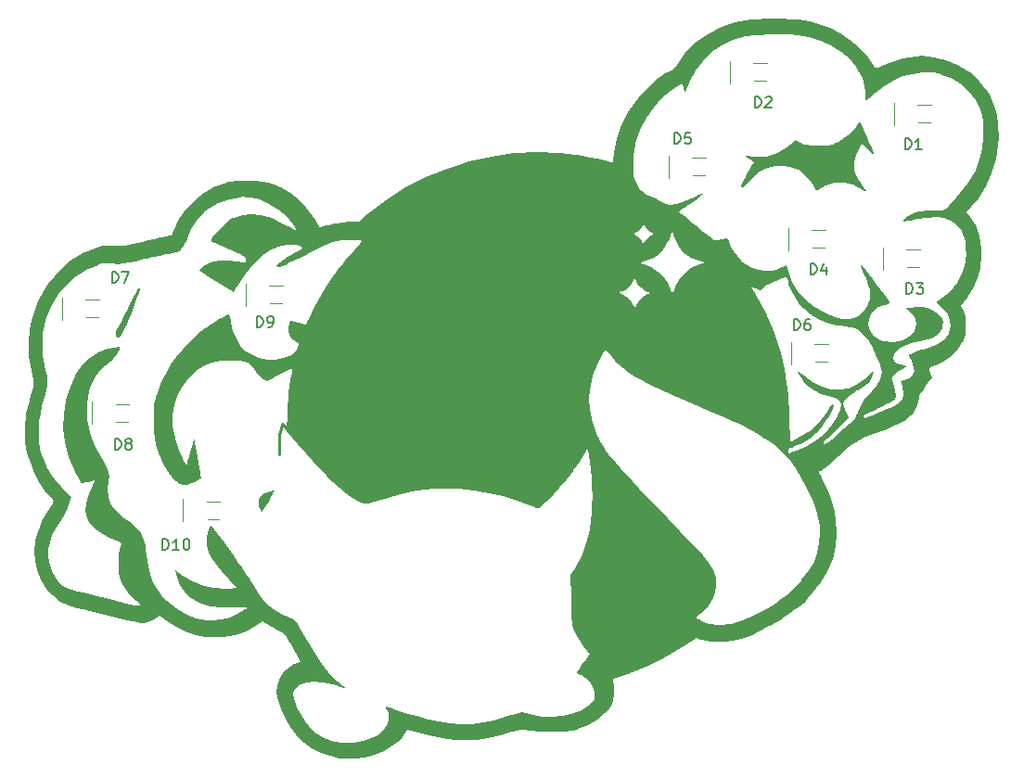
<source format=gbr>
%TF.GenerationSoftware,KiCad,Pcbnew,(6.0.1)*%
%TF.CreationDate,2022-05-04T14:42:35-07:00*%
%TF.ProjectId,Foxy_Pride,466f7879-5f50-4726-9964-652e6b696361,rev?*%
%TF.SameCoordinates,Original*%
%TF.FileFunction,Legend,Top*%
%TF.FilePolarity,Positive*%
%FSLAX46Y46*%
G04 Gerber Fmt 4.6, Leading zero omitted, Abs format (unit mm)*
G04 Created by KiCad (PCBNEW (6.0.1)) date 2022-05-04 14:42:35*
%MOMM*%
%LPD*%
G01*
G04 APERTURE LIST*
%ADD10C,0.254000*%
%ADD11C,0.150000*%
%ADD12C,0.120000*%
G04 APERTURE END LIST*
D10*
X49834800Y-73202800D02*
X49809400Y-74574400D01*
D11*
X50088800Y-71856600D02*
X50038000Y-71780400D01*
D10*
X50038000Y-71780400D02*
X49961800Y-72212200D01*
X49834800Y-72669400D02*
X49834800Y-73202800D01*
X49961800Y-72212200D02*
X49834800Y-72669400D01*
X50800000Y-72491600D02*
X50038000Y-71780400D01*
D11*
%TO.C,D9*%
X47775904Y-62936380D02*
X47775904Y-61936380D01*
X48014000Y-61936380D01*
X48156857Y-61984000D01*
X48252095Y-62079238D01*
X48299714Y-62174476D01*
X48347333Y-62364952D01*
X48347333Y-62507809D01*
X48299714Y-62698285D01*
X48252095Y-62793523D01*
X48156857Y-62888761D01*
X48014000Y-62936380D01*
X47775904Y-62936380D01*
X48823523Y-62936380D02*
X49014000Y-62936380D01*
X49109238Y-62888761D01*
X49156857Y-62841142D01*
X49252095Y-62698285D01*
X49299714Y-62507809D01*
X49299714Y-62126857D01*
X49252095Y-62031619D01*
X49204476Y-61984000D01*
X49109238Y-61936380D01*
X48918761Y-61936380D01*
X48823523Y-61984000D01*
X48775904Y-62031619D01*
X48728285Y-62126857D01*
X48728285Y-62364952D01*
X48775904Y-62460190D01*
X48823523Y-62507809D01*
X48918761Y-62555428D01*
X49109238Y-62555428D01*
X49204476Y-62507809D01*
X49252095Y-62460190D01*
X49299714Y-62364952D01*
%TO.C,D6*%
X96797904Y-63190380D02*
X96797904Y-62190380D01*
X97036000Y-62190380D01*
X97178857Y-62238000D01*
X97274095Y-62333238D01*
X97321714Y-62428476D01*
X97369333Y-62618952D01*
X97369333Y-62761809D01*
X97321714Y-62952285D01*
X97274095Y-63047523D01*
X97178857Y-63142761D01*
X97036000Y-63190380D01*
X96797904Y-63190380D01*
X98226476Y-62190380D02*
X98036000Y-62190380D01*
X97940761Y-62238000D01*
X97893142Y-62285619D01*
X97797904Y-62428476D01*
X97750285Y-62618952D01*
X97750285Y-62999904D01*
X97797904Y-63095142D01*
X97845523Y-63142761D01*
X97940761Y-63190380D01*
X98131238Y-63190380D01*
X98226476Y-63142761D01*
X98274095Y-63095142D01*
X98321714Y-62999904D01*
X98321714Y-62761809D01*
X98274095Y-62666571D01*
X98226476Y-62618952D01*
X98131238Y-62571333D01*
X97940761Y-62571333D01*
X97845523Y-62618952D01*
X97797904Y-62666571D01*
X97750285Y-62761809D01*
%TO.C,D3*%
X107084904Y-59888380D02*
X107084904Y-58888380D01*
X107323000Y-58888380D01*
X107465857Y-58936000D01*
X107561095Y-59031238D01*
X107608714Y-59126476D01*
X107656333Y-59316952D01*
X107656333Y-59459809D01*
X107608714Y-59650285D01*
X107561095Y-59745523D01*
X107465857Y-59840761D01*
X107323000Y-59888380D01*
X107084904Y-59888380D01*
X107989666Y-58888380D02*
X108608714Y-58888380D01*
X108275380Y-59269333D01*
X108418238Y-59269333D01*
X108513476Y-59316952D01*
X108561095Y-59364571D01*
X108608714Y-59459809D01*
X108608714Y-59697904D01*
X108561095Y-59793142D01*
X108513476Y-59840761D01*
X108418238Y-59888380D01*
X108132523Y-59888380D01*
X108037285Y-59840761D01*
X107989666Y-59793142D01*
%TO.C,D8*%
X34821904Y-74112380D02*
X34821904Y-73112380D01*
X35060000Y-73112380D01*
X35202857Y-73160000D01*
X35298095Y-73255238D01*
X35345714Y-73350476D01*
X35393333Y-73540952D01*
X35393333Y-73683809D01*
X35345714Y-73874285D01*
X35298095Y-73969523D01*
X35202857Y-74064761D01*
X35060000Y-74112380D01*
X34821904Y-74112380D01*
X35964761Y-73540952D02*
X35869523Y-73493333D01*
X35821904Y-73445714D01*
X35774285Y-73350476D01*
X35774285Y-73302857D01*
X35821904Y-73207619D01*
X35869523Y-73160000D01*
X35964761Y-73112380D01*
X36155238Y-73112380D01*
X36250476Y-73160000D01*
X36298095Y-73207619D01*
X36345714Y-73302857D01*
X36345714Y-73350476D01*
X36298095Y-73445714D01*
X36250476Y-73493333D01*
X36155238Y-73540952D01*
X35964761Y-73540952D01*
X35869523Y-73588571D01*
X35821904Y-73636190D01*
X35774285Y-73731428D01*
X35774285Y-73921904D01*
X35821904Y-74017142D01*
X35869523Y-74064761D01*
X35964761Y-74112380D01*
X36155238Y-74112380D01*
X36250476Y-74064761D01*
X36298095Y-74017142D01*
X36345714Y-73921904D01*
X36345714Y-73731428D01*
X36298095Y-73636190D01*
X36250476Y-73588571D01*
X36155238Y-73540952D01*
%TO.C,D5*%
X85875904Y-46172380D02*
X85875904Y-45172380D01*
X86114000Y-45172380D01*
X86256857Y-45220000D01*
X86352095Y-45315238D01*
X86399714Y-45410476D01*
X86447333Y-45600952D01*
X86447333Y-45743809D01*
X86399714Y-45934285D01*
X86352095Y-46029523D01*
X86256857Y-46124761D01*
X86114000Y-46172380D01*
X85875904Y-46172380D01*
X87352095Y-45172380D02*
X86875904Y-45172380D01*
X86828285Y-45648571D01*
X86875904Y-45600952D01*
X86971142Y-45553333D01*
X87209238Y-45553333D01*
X87304476Y-45600952D01*
X87352095Y-45648571D01*
X87399714Y-45743809D01*
X87399714Y-45981904D01*
X87352095Y-46077142D01*
X87304476Y-46124761D01*
X87209238Y-46172380D01*
X86971142Y-46172380D01*
X86875904Y-46124761D01*
X86828285Y-46077142D01*
%TO.C,D2*%
X93241904Y-42870380D02*
X93241904Y-41870380D01*
X93480000Y-41870380D01*
X93622857Y-41918000D01*
X93718095Y-42013238D01*
X93765714Y-42108476D01*
X93813333Y-42298952D01*
X93813333Y-42441809D01*
X93765714Y-42632285D01*
X93718095Y-42727523D01*
X93622857Y-42822761D01*
X93480000Y-42870380D01*
X93241904Y-42870380D01*
X94194285Y-41965619D02*
X94241904Y-41918000D01*
X94337142Y-41870380D01*
X94575238Y-41870380D01*
X94670476Y-41918000D01*
X94718095Y-41965619D01*
X94765714Y-42060857D01*
X94765714Y-42156095D01*
X94718095Y-42298952D01*
X94146666Y-42870380D01*
X94765714Y-42870380D01*
%TO.C,D4*%
X98321904Y-58110380D02*
X98321904Y-57110380D01*
X98560000Y-57110380D01*
X98702857Y-57158000D01*
X98798095Y-57253238D01*
X98845714Y-57348476D01*
X98893333Y-57538952D01*
X98893333Y-57681809D01*
X98845714Y-57872285D01*
X98798095Y-57967523D01*
X98702857Y-58062761D01*
X98560000Y-58110380D01*
X98321904Y-58110380D01*
X99750476Y-57443714D02*
X99750476Y-58110380D01*
X99512380Y-57062761D02*
X99274285Y-57777047D01*
X99893333Y-57777047D01*
%TO.C,D7*%
X34567904Y-58872380D02*
X34567904Y-57872380D01*
X34806000Y-57872380D01*
X34948857Y-57920000D01*
X35044095Y-58015238D01*
X35091714Y-58110476D01*
X35139333Y-58300952D01*
X35139333Y-58443809D01*
X35091714Y-58634285D01*
X35044095Y-58729523D01*
X34948857Y-58824761D01*
X34806000Y-58872380D01*
X34567904Y-58872380D01*
X35472666Y-57872380D02*
X36139333Y-57872380D01*
X35710761Y-58872380D01*
%TO.C,D1*%
X106957904Y-46680380D02*
X106957904Y-45680380D01*
X107196000Y-45680380D01*
X107338857Y-45728000D01*
X107434095Y-45823238D01*
X107481714Y-45918476D01*
X107529333Y-46108952D01*
X107529333Y-46251809D01*
X107481714Y-46442285D01*
X107434095Y-46537523D01*
X107338857Y-46632761D01*
X107196000Y-46680380D01*
X106957904Y-46680380D01*
X108481714Y-46680380D02*
X107910285Y-46680380D01*
X108196000Y-46680380D02*
X108196000Y-45680380D01*
X108100761Y-45823238D01*
X108005523Y-45918476D01*
X107910285Y-45966095D01*
%TO.C,D10*%
X39171714Y-83256380D02*
X39171714Y-82256380D01*
X39409809Y-82256380D01*
X39552666Y-82304000D01*
X39647904Y-82399238D01*
X39695523Y-82494476D01*
X39743142Y-82684952D01*
X39743142Y-82827809D01*
X39695523Y-83018285D01*
X39647904Y-83113523D01*
X39552666Y-83208761D01*
X39409809Y-83256380D01*
X39171714Y-83256380D01*
X40695523Y-83256380D02*
X40124095Y-83256380D01*
X40409809Y-83256380D02*
X40409809Y-82256380D01*
X40314571Y-82399238D01*
X40219333Y-82494476D01*
X40124095Y-82542095D01*
X41314571Y-82256380D02*
X41409809Y-82256380D01*
X41505047Y-82304000D01*
X41552666Y-82351619D01*
X41600285Y-82446857D01*
X41647904Y-82637333D01*
X41647904Y-82875428D01*
X41600285Y-83065904D01*
X41552666Y-83161142D01*
X41505047Y-83208761D01*
X41409809Y-83256380D01*
X41314571Y-83256380D01*
X41219333Y-83208761D01*
X41171714Y-83161142D01*
X41124095Y-83065904D01*
X41076476Y-82875428D01*
X41076476Y-82637333D01*
X41124095Y-82446857D01*
X41171714Y-82351619D01*
X41219333Y-82304000D01*
X41314571Y-82256380D01*
D12*
%TO.C,D9*%
X50130000Y-59144000D02*
X48930000Y-59144000D01*
X46736000Y-58928000D02*
X46736000Y-60960000D01*
X48980000Y-60744000D02*
X50080000Y-60744000D01*
%TO.C,D6*%
X96520000Y-64262000D02*
X96520000Y-66294000D01*
X98764000Y-66078000D02*
X99864000Y-66078000D01*
X99914000Y-64478000D02*
X98714000Y-64478000D01*
%TO.C,D3*%
X107146000Y-57442000D02*
X108246000Y-57442000D01*
X104902000Y-55626000D02*
X104902000Y-57658000D01*
X108296000Y-55842000D02*
X107096000Y-55842000D01*
%TO.C,D8*%
X36095500Y-69939000D02*
X34895500Y-69939000D01*
X34945500Y-71539000D02*
X36045500Y-71539000D01*
X32701500Y-69723000D02*
X32701500Y-71755000D01*
%TO.C,D5*%
X88738000Y-47460000D02*
X87538000Y-47460000D01*
X87588000Y-49060000D02*
X88688000Y-49060000D01*
X85344000Y-47244000D02*
X85344000Y-49276000D01*
%TO.C,G\u002A\u002A\u002A*%
G36*
X103492235Y-45607025D02*
G01*
X103709931Y-46093466D01*
X103894506Y-46516866D01*
X104033850Y-46848534D01*
X104115855Y-47059779D01*
X104131984Y-47122857D01*
X104051944Y-47082111D01*
X103867622Y-46942351D01*
X103615434Y-46731586D01*
X103555979Y-46679802D01*
X103010682Y-46201489D01*
X102788483Y-46528484D01*
X102459114Y-47168172D01*
X102307189Y-47844112D01*
X102337229Y-48530794D01*
X102391461Y-48768560D01*
X102492811Y-49019700D01*
X102669974Y-49357106D01*
X102887304Y-49713721D01*
X102920482Y-49763709D01*
X103160197Y-50120859D01*
X103311929Y-50348655D01*
X103393507Y-50475014D01*
X103422758Y-50527852D01*
X103417510Y-50535085D01*
X103411278Y-50532238D01*
X103319656Y-50485216D01*
X103099363Y-50371867D01*
X102790228Y-50212690D01*
X102633039Y-50131722D01*
X102201058Y-49923859D01*
X101850964Y-49798295D01*
X101506963Y-49732129D01*
X101234533Y-49709192D01*
X100450854Y-49751146D01*
X99727965Y-49964146D01*
X99233818Y-50236336D01*
X99015653Y-50373752D01*
X98872110Y-50442368D01*
X98845432Y-50442537D01*
X98789476Y-50342972D01*
X98679339Y-50127848D01*
X98590837Y-49949426D01*
X98290876Y-49488714D01*
X97869784Y-49037854D01*
X97389504Y-48655820D01*
X97005190Y-48439778D01*
X96445982Y-48269300D01*
X95799312Y-48194557D01*
X95143714Y-48219769D01*
X94667492Y-48314185D01*
X94149453Y-48498577D01*
X93693409Y-48744976D01*
X93249961Y-49086404D01*
X92769710Y-49555884D01*
X92701895Y-49628156D01*
X92403475Y-49940435D01*
X92204886Y-50124105D01*
X92083948Y-50195622D01*
X92018481Y-50171443D01*
X92005193Y-50145066D01*
X92025430Y-49974373D01*
X92158614Y-49655136D01*
X92403511Y-49190114D01*
X92534215Y-48960901D01*
X92763242Y-48565831D01*
X92957252Y-48230654D01*
X93096647Y-47989266D01*
X93161827Y-47875562D01*
X93163093Y-47873280D01*
X93108145Y-47794201D01*
X92928136Y-47655474D01*
X92699241Y-47509786D01*
X92456220Y-47355000D01*
X92369288Y-47271998D01*
X92439308Y-47265920D01*
X93378008Y-47382138D01*
X94282202Y-47320904D01*
X95134562Y-47086540D01*
X95917761Y-46683362D01*
X96458966Y-46264076D01*
X96928479Y-45837251D01*
X97404517Y-46083321D01*
X97619376Y-46187040D01*
X97818077Y-46256509D01*
X98045838Y-46298286D01*
X98347879Y-46318929D01*
X98769416Y-46324996D01*
X99067466Y-46324501D01*
X99564929Y-46320484D01*
X99920070Y-46307536D01*
X100180119Y-46277091D01*
X100392305Y-46220584D01*
X100603859Y-46129447D01*
X100850932Y-46001034D01*
X101496747Y-45597126D01*
X102059006Y-45129890D01*
X102491380Y-44639208D01*
X102573209Y-44518402D01*
X102821777Y-44126450D01*
X103492235Y-45607025D01*
G37*
G36*
X26671432Y-71279740D02*
G01*
X26739306Y-70772547D01*
X26849648Y-70238368D01*
X27011451Y-69620443D01*
X27149170Y-69144660D01*
X27271902Y-68713185D01*
X27350992Y-68362623D01*
X27386226Y-68046196D01*
X27377388Y-67717128D01*
X27324266Y-67328640D01*
X27226645Y-66833956D01*
X27136706Y-66421927D01*
X27043100Y-65960870D01*
X26985640Y-65556070D01*
X26959234Y-65140756D01*
X26958788Y-64648158D01*
X26970462Y-64242077D01*
X27044151Y-63230563D01*
X27198026Y-62330946D01*
X27447642Y-61476931D01*
X27808554Y-60602221D01*
X27840423Y-60534188D01*
X28284310Y-59673602D01*
X28754629Y-58937900D01*
X29296271Y-58263314D01*
X29833809Y-57702524D01*
X30813661Y-56872843D01*
X31891745Y-56203421D01*
X32980419Y-55727772D01*
X33361877Y-55596934D01*
X33667216Y-55512509D01*
X33958024Y-55465767D01*
X34295894Y-55447980D01*
X34742415Y-55450418D01*
X34912659Y-55453919D01*
X35376003Y-55459588D01*
X35752416Y-55448249D01*
X36099310Y-55412340D01*
X36474096Y-55344302D01*
X36934187Y-55236574D01*
X37329450Y-55135653D01*
X37876514Y-54999024D01*
X38427666Y-54870510D01*
X38923526Y-54763399D01*
X39304712Y-54690976D01*
X39347829Y-54684004D01*
X40045757Y-54574913D01*
X40254528Y-53997577D01*
X40710800Y-53009196D01*
X41325252Y-52113711D01*
X42084519Y-51323374D01*
X42975239Y-50650438D01*
X43984050Y-50107154D01*
X44857737Y-49777053D01*
X45179147Y-49684636D01*
X45482617Y-49621284D01*
X45816766Y-49581772D01*
X46230213Y-49560874D01*
X46771575Y-49553364D01*
X46942811Y-49552957D01*
X47692898Y-49568231D01*
X48310126Y-49623061D01*
X48849082Y-49728805D01*
X49364352Y-49896826D01*
X49910519Y-50138483D01*
X50023035Y-50194033D01*
X50808365Y-50670119D01*
X51578737Y-51291950D01*
X52290581Y-52017893D01*
X52900329Y-52806312D01*
X53119750Y-53153271D01*
X53302138Y-53462495D01*
X53442749Y-53700178D01*
X53517954Y-53826399D01*
X53524231Y-53836565D01*
X53613862Y-53818774D01*
X53840895Y-53754124D01*
X54162673Y-53654996D01*
X54292026Y-53613727D01*
X54936764Y-53447003D01*
X55648518Y-53348255D01*
X56056593Y-53320208D01*
X57067016Y-53269390D01*
X57857339Y-52610203D01*
X59545455Y-51323955D01*
X61329314Y-50196722D01*
X63196644Y-49231754D01*
X65135173Y-48432300D01*
X66687902Y-47942031D01*
X82160353Y-47942031D01*
X82167394Y-48520703D01*
X82208737Y-49019798D01*
X82278295Y-49362226D01*
X82465382Y-49881410D01*
X82667465Y-50254314D01*
X82917210Y-50523382D01*
X83247287Y-50731062D01*
X83379935Y-50793594D01*
X83764048Y-50975537D01*
X84211908Y-51203477D01*
X84610486Y-51419188D01*
X84965864Y-51609727D01*
X85219855Y-51713709D01*
X85429763Y-51748244D01*
X85652896Y-51730437D01*
X85653023Y-51730418D01*
X86378722Y-51559403D01*
X87232885Y-51249848D01*
X87684681Y-51053809D01*
X88116209Y-50866233D01*
X88385275Y-50769555D01*
X88491635Y-50764582D01*
X88435045Y-50852118D01*
X88215264Y-51032968D01*
X87832047Y-51307937D01*
X87549703Y-51500811D01*
X87139968Y-51778844D01*
X86785427Y-52022310D01*
X86516388Y-52210179D01*
X86363155Y-52321421D01*
X86341754Y-52339069D01*
X86382907Y-52421003D01*
X86550891Y-52588937D01*
X86818666Y-52818175D01*
X87149295Y-53076590D01*
X87602240Y-53425931D01*
X88093241Y-53818858D01*
X88547505Y-54194968D01*
X88758556Y-54376245D01*
X89095017Y-54665542D01*
X89330623Y-54847483D01*
X89503901Y-54943181D01*
X89653374Y-54973745D01*
X89817566Y-54960287D01*
X89822844Y-54959467D01*
X90257694Y-54890673D01*
X90541253Y-54852803D01*
X90710333Y-54853374D01*
X90801741Y-54899899D01*
X90852291Y-54999894D01*
X90898790Y-55160875D01*
X90904540Y-55180301D01*
X91069950Y-55569983D01*
X91333629Y-56019009D01*
X91650844Y-56462303D01*
X91976861Y-56834792D01*
X92148236Y-56989499D01*
X92827285Y-57426080D01*
X93543384Y-57700421D01*
X94270593Y-57808300D01*
X94982969Y-57745494D01*
X95574164Y-57547007D01*
X96106635Y-57297956D01*
X96268182Y-57879009D01*
X96622690Y-58807115D01*
X97142532Y-59654216D01*
X97817311Y-60410365D01*
X98636633Y-61065610D01*
X99590099Y-61610004D01*
X100580099Y-62005464D01*
X101242798Y-62170899D01*
X101814182Y-62193603D01*
X102329156Y-62072259D01*
X102628341Y-61928183D01*
X103144673Y-61529943D01*
X103514821Y-61024416D01*
X103727207Y-60437772D01*
X103770256Y-59796184D01*
X103722809Y-59453990D01*
X103630279Y-59113861D01*
X103483728Y-58685835D01*
X103311883Y-58252550D01*
X103278722Y-58176405D01*
X103120887Y-57819832D01*
X102989716Y-57522907D01*
X102906319Y-57333434D01*
X102891621Y-57299726D01*
X102898113Y-57193567D01*
X102934360Y-57181256D01*
X103007377Y-57253610D01*
X103172177Y-57453297D01*
X103409188Y-57754252D01*
X103698840Y-58130411D01*
X104021561Y-58555710D01*
X104357781Y-59004085D01*
X104687930Y-59449471D01*
X104992435Y-59865805D01*
X105251726Y-60227022D01*
X105446233Y-60507059D01*
X105538997Y-60650066D01*
X105523823Y-60734198D01*
X105355450Y-60811716D01*
X105083107Y-60878532D01*
X104538680Y-61071220D01*
X104111844Y-61380208D01*
X103811523Y-61775716D01*
X103646640Y-62227963D01*
X103626118Y-62707168D01*
X103758881Y-63183551D01*
X104053851Y-63627332D01*
X104212729Y-63783338D01*
X104656776Y-64086575D01*
X105155185Y-64246665D01*
X105753738Y-64277411D01*
X105836558Y-64272932D01*
X106358970Y-64186786D01*
X106873384Y-64010084D01*
X107323529Y-63768460D01*
X107653138Y-63487547D01*
X107704635Y-63421971D01*
X107894166Y-63022710D01*
X107960345Y-62573832D01*
X107895632Y-62150911D01*
X107843623Y-62028675D01*
X107667504Y-61784614D01*
X107412409Y-61533405D01*
X107315240Y-61457106D01*
X106942977Y-61187441D01*
X107437111Y-61128082D01*
X108065519Y-61072369D01*
X108561734Y-61078981D01*
X108974095Y-61152463D01*
X109350939Y-61297354D01*
X109377443Y-61310391D01*
X109908482Y-61640832D01*
X110255084Y-62010591D01*
X110416781Y-62418839D01*
X110393109Y-62864747D01*
X110341722Y-63027511D01*
X110122704Y-63420384D01*
X109784285Y-63732810D01*
X109308106Y-63975425D01*
X108675804Y-64158864D01*
X108249738Y-64239211D01*
X107497963Y-64406182D01*
X106874068Y-64638710D01*
X106391738Y-64927801D01*
X106064658Y-65264459D01*
X105906514Y-65639691D01*
X105893557Y-65787800D01*
X105929042Y-66011262D01*
X106059691Y-66162302D01*
X106321797Y-66270412D01*
X106556990Y-66326882D01*
X106883674Y-66414387D01*
X107025889Y-66509033D01*
X106983976Y-66622573D01*
X106758277Y-66766758D01*
X106572363Y-66855947D01*
X106248444Y-67029457D01*
X105978843Y-67220636D01*
X105842677Y-67361717D01*
X105763963Y-67497373D01*
X105735438Y-67626406D01*
X105761849Y-67799962D01*
X105847945Y-68069188D01*
X105929349Y-68295516D01*
X106083306Y-68750222D01*
X106157934Y-69070777D01*
X106155540Y-69294101D01*
X106078431Y-69457116D01*
X106006663Y-69532951D01*
X105863503Y-69626716D01*
X105583012Y-69781954D01*
X105199851Y-69980461D01*
X104748682Y-70204034D01*
X104513939Y-70316907D01*
X104056826Y-70535357D01*
X103663851Y-70724816D01*
X103365197Y-70870601D01*
X103191045Y-70958031D01*
X103159254Y-70975934D01*
X103167013Y-71067571D01*
X103250953Y-71176436D01*
X103316502Y-71207595D01*
X103426422Y-71174968D01*
X103673881Y-71086969D01*
X104020070Y-70957739D01*
X104354429Y-70829358D01*
X105135545Y-70515296D01*
X105749350Y-70238143D01*
X106210591Y-69982051D01*
X106534019Y-69731173D01*
X106734383Y-69469658D01*
X106826434Y-69181659D01*
X106824920Y-68851327D01*
X106744591Y-68462813D01*
X106700180Y-68308819D01*
X106620153Y-68043567D01*
X106568525Y-67869673D01*
X106558016Y-67831988D01*
X106640398Y-67811368D01*
X106846748Y-67774320D01*
X106920830Y-67762227D01*
X107308085Y-67631014D01*
X107603673Y-67396542D01*
X107768213Y-67096095D01*
X107789080Y-66940192D01*
X107753760Y-66699393D01*
X107661524Y-66361862D01*
X107542980Y-66028657D01*
X107425773Y-65722100D01*
X107349178Y-65494897D01*
X107328697Y-65393326D01*
X107329734Y-65392137D01*
X107427009Y-65356480D01*
X107670263Y-65273874D01*
X108025160Y-65155814D01*
X108457360Y-65013794D01*
X108560393Y-64980155D01*
X109340854Y-64703861D01*
X109951315Y-64433181D01*
X110410161Y-64152723D01*
X110735778Y-63847094D01*
X110946549Y-63500904D01*
X111060860Y-63098758D01*
X111088182Y-62863834D01*
X111052597Y-62274945D01*
X110849536Y-61743849D01*
X110470013Y-61251009D01*
X110253234Y-61048486D01*
X109799601Y-60657735D01*
X110337021Y-60262108D01*
X111097762Y-59597229D01*
X111713145Y-58836291D01*
X112168473Y-58000080D01*
X112390211Y-57358352D01*
X112485165Y-56837454D01*
X112526614Y-56236092D01*
X112515751Y-55619987D01*
X112453765Y-55054860D01*
X112341848Y-54606430D01*
X112340258Y-54602162D01*
X112046442Y-54005188D01*
X111655835Y-53538723D01*
X111159913Y-53200221D01*
X110550151Y-52987136D01*
X109818022Y-52896922D01*
X108955002Y-52927034D01*
X107952567Y-53074925D01*
X107523307Y-53163685D01*
X107181470Y-53229201D01*
X106914280Y-53261687D01*
X106772520Y-53255325D01*
X106765098Y-53250546D01*
X106779460Y-53148139D01*
X106940036Y-52991431D01*
X107219076Y-52801401D01*
X107588834Y-52599030D01*
X107694304Y-52547973D01*
X107954462Y-52435595D01*
X108198385Y-52362822D01*
X108480122Y-52320926D01*
X108853725Y-52301179D01*
X109258110Y-52295443D01*
X109701781Y-52286309D01*
X110089376Y-52266721D01*
X110372798Y-52239785D01*
X110490199Y-52215833D01*
X110659748Y-52099579D01*
X110917215Y-51860387D01*
X111237148Y-51527233D01*
X111594097Y-51129093D01*
X111962609Y-50694941D01*
X112317233Y-50253752D01*
X112632518Y-49834502D01*
X112820925Y-49562418D01*
X113375091Y-48606230D01*
X113769520Y-47644600D01*
X114014235Y-46639997D01*
X114119261Y-45554889D01*
X114114658Y-44718196D01*
X114079329Y-44118955D01*
X114024732Y-43658670D01*
X113943244Y-43287101D01*
X113859215Y-43034637D01*
X113434193Y-42181325D01*
X112855166Y-41422009D01*
X112140958Y-40772831D01*
X111310392Y-40249935D01*
X110382289Y-39869464D01*
X110063707Y-39779401D01*
X109614449Y-39692500D01*
X109132121Y-39660016D01*
X108547289Y-39676401D01*
X107627979Y-39790788D01*
X106758248Y-40030936D01*
X105907061Y-40410177D01*
X105043384Y-40941840D01*
X104308770Y-41497084D01*
X103965953Y-41773030D01*
X103679813Y-41998872D01*
X103480395Y-42151205D01*
X103397849Y-42206629D01*
X103376442Y-42119066D01*
X103350415Y-41884809D01*
X103324085Y-41546504D01*
X103313217Y-41370438D01*
X103272572Y-40889684D01*
X103200996Y-40513459D01*
X103078021Y-40157029D01*
X102953115Y-39879622D01*
X102487792Y-39113420D01*
X101860754Y-38403745D01*
X101095378Y-37766238D01*
X100215042Y-37216544D01*
X99243122Y-36770306D01*
X98202995Y-36443168D01*
X97641355Y-36325042D01*
X97178992Y-36267377D01*
X96582162Y-36227283D01*
X95893916Y-36204389D01*
X95157305Y-36198324D01*
X94415377Y-36208716D01*
X93711184Y-36235195D01*
X93087774Y-36277389D01*
X92588200Y-36334927D01*
X92393925Y-36370288D01*
X91236679Y-36711180D01*
X90196149Y-37199590D01*
X89276619Y-37831962D01*
X88482372Y-38604736D01*
X87817692Y-39514355D01*
X87286863Y-40557260D01*
X87252265Y-40641495D01*
X87104447Y-40987096D01*
X86973630Y-41257174D01*
X86881078Y-41409120D01*
X86860240Y-41427063D01*
X86793920Y-41362237D01*
X86730558Y-41165345D01*
X86712699Y-41071267D01*
X86651217Y-40686785D01*
X86344589Y-40843990D01*
X85517939Y-41365189D01*
X84736019Y-42046789D01*
X84019161Y-42861218D01*
X83387695Y-43780901D01*
X82861953Y-44778265D01*
X82462266Y-45825736D01*
X82334885Y-46282002D01*
X82245116Y-46767335D01*
X82186600Y-47339127D01*
X82160353Y-47942031D01*
X66687902Y-47942031D01*
X67132629Y-47801610D01*
X69176739Y-47342934D01*
X71255231Y-47059522D01*
X73355834Y-46954623D01*
X75466274Y-47031487D01*
X77574281Y-47293363D01*
X77792438Y-47331271D01*
X78310447Y-47429355D01*
X78848495Y-47540504D01*
X79326156Y-47647726D01*
X79542183Y-47700989D01*
X79877509Y-47785439D01*
X80129615Y-47843952D01*
X80253563Y-47866236D01*
X80259191Y-47865217D01*
X80275661Y-47769286D01*
X80311385Y-47529246D01*
X80359937Y-47188796D01*
X80383664Y-47018762D01*
X80643759Y-45737099D01*
X81065035Y-44515157D01*
X81658471Y-43324486D01*
X82058745Y-42677897D01*
X82558153Y-42000451D01*
X83142543Y-41336671D01*
X83777232Y-40718056D01*
X84427536Y-40176105D01*
X85058771Y-39742317D01*
X85597860Y-39463758D01*
X85847083Y-39284055D01*
X86137558Y-38941628D01*
X86293608Y-38714174D01*
X87035181Y-37740038D01*
X87917106Y-36883661D01*
X88921385Y-36158619D01*
X90030017Y-35578486D01*
X90871543Y-35261708D01*
X91405922Y-35100488D01*
X91895981Y-34977725D01*
X92381559Y-34888642D01*
X92902492Y-34828466D01*
X93498618Y-34792420D01*
X94209774Y-34775731D01*
X94946916Y-34773226D01*
X95838215Y-34782475D01*
X96579400Y-34808630D01*
X97209510Y-34856271D01*
X97767583Y-34929978D01*
X98292655Y-35034330D01*
X98823766Y-35173909D01*
X99117065Y-35262487D01*
X100078455Y-35631163D01*
X101024199Y-36121287D01*
X101919508Y-36707507D01*
X102729594Y-37364473D01*
X103419668Y-38066831D01*
X103953543Y-38786965D01*
X104301519Y-39350730D01*
X104836904Y-39080275D01*
X105738639Y-38694115D01*
X106737170Y-38403970D01*
X107421060Y-38266456D01*
X108521221Y-38171238D01*
X109620225Y-38261245D01*
X110703393Y-38532634D01*
X111756046Y-38981560D01*
X112763506Y-39604179D01*
X112892554Y-39699303D01*
X113473487Y-40202345D01*
X114036078Y-40808168D01*
X114514245Y-41442914D01*
X114657590Y-41672103D01*
X115049703Y-42507966D01*
X115326625Y-43465175D01*
X115482450Y-44510202D01*
X115511273Y-45609519D01*
X115466692Y-46266375D01*
X115249251Y-47610634D01*
X114879084Y-48858460D01*
X114346380Y-50032657D01*
X113641327Y-51156027D01*
X113024418Y-51942709D01*
X112603338Y-52438117D01*
X112932815Y-52890470D01*
X113387000Y-53604269D01*
X113696179Y-54318238D01*
X113873077Y-55078043D01*
X113930420Y-55929346D01*
X113917229Y-56423047D01*
X113798985Y-57500796D01*
X113555827Y-58463444D01*
X113174175Y-59349301D01*
X112640447Y-60196679D01*
X112524636Y-60351395D01*
X112058836Y-60959125D01*
X112269596Y-61415900D01*
X112377200Y-61689650D01*
X112441933Y-61978289D01*
X112473179Y-62342220D01*
X112480427Y-62773047D01*
X112472923Y-63232911D01*
X112442961Y-63567061D01*
X112379498Y-63838992D01*
X112271486Y-64112198D01*
X112233125Y-64194689D01*
X111782000Y-64927769D01*
X111180455Y-65553686D01*
X110441876Y-66060663D01*
X109755684Y-66374802D01*
X109447546Y-66501017D01*
X109281580Y-66608882D01*
X109217345Y-66730879D01*
X109210722Y-66812548D01*
X109254917Y-67068161D01*
X109352139Y-67320857D01*
X109438641Y-67511811D01*
X109420647Y-67603162D01*
X109303141Y-67654765D01*
X109138439Y-67779295D01*
X108993687Y-68001102D01*
X108984027Y-68023218D01*
X108837660Y-68291052D01*
X108628622Y-68585347D01*
X108559145Y-68668571D01*
X108323818Y-69026130D01*
X108262960Y-69297862D01*
X108190899Y-69758383D01*
X107996701Y-70256567D01*
X107713346Y-70721134D01*
X107481964Y-70985900D01*
X107263598Y-71182267D01*
X107024625Y-71365357D01*
X106745103Y-71544712D01*
X106405089Y-71729878D01*
X105984640Y-71930397D01*
X105463814Y-72155814D01*
X104822669Y-72415673D01*
X104041261Y-72719517D01*
X103160974Y-73053784D01*
X102915981Y-73153284D01*
X102687087Y-73267049D01*
X102448450Y-73413849D01*
X102174227Y-73612452D01*
X101838576Y-73881628D01*
X101415656Y-74240146D01*
X100879623Y-74706775D01*
X100853251Y-74729895D01*
X100322529Y-75192443D01*
X99914215Y-75540384D01*
X99610598Y-75786770D01*
X99393967Y-75944651D01*
X99246611Y-76027078D01*
X99150819Y-76047102D01*
X99096337Y-76024501D01*
X99080501Y-76056426D01*
X99140556Y-76229410D01*
X99265362Y-76516121D01*
X99443780Y-76889228D01*
X99471387Y-76944766D01*
X99938156Y-77950776D01*
X100282954Y-78869650D01*
X100517889Y-79748239D01*
X100655069Y-80633393D01*
X100706604Y-81571963D01*
X100707708Y-81728271D01*
X100617406Y-82941223D01*
X100346140Y-84103829D01*
X99898119Y-85206258D01*
X99277553Y-86238677D01*
X98488650Y-87191255D01*
X98278367Y-87403358D01*
X98061808Y-87635455D01*
X97921667Y-87826479D01*
X97888723Y-87924626D01*
X97827019Y-88014594D01*
X97630200Y-88187102D01*
X97323928Y-88424283D01*
X96933863Y-88708270D01*
X96485664Y-89021196D01*
X96004992Y-89345193D01*
X95517509Y-89662395D01*
X95048873Y-89954934D01*
X94624745Y-90204942D01*
X94567811Y-90236967D01*
X93634393Y-90728124D01*
X92796077Y-91098891D01*
X92012285Y-91361248D01*
X91242441Y-91527172D01*
X90445968Y-91608642D01*
X89876393Y-91621942D01*
X89252817Y-91609551D01*
X88787002Y-91574739D01*
X88448151Y-91514493D01*
X88299815Y-91467540D01*
X87907938Y-91316774D01*
X86999853Y-91924027D01*
X85930156Y-92587866D01*
X84741066Y-93236321D01*
X83495900Y-93838682D01*
X82257974Y-94364236D01*
X81139154Y-94766712D01*
X80315720Y-95032182D01*
X80369892Y-95799802D01*
X80381135Y-96476883D01*
X80297388Y-97030195D01*
X80102322Y-97508429D01*
X79779604Y-97960277D01*
X79569040Y-98187703D01*
X78888317Y-98755030D01*
X78053291Y-99237981D01*
X77084783Y-99624718D01*
X76986841Y-99655945D01*
X76686241Y-99742820D01*
X76403584Y-99803926D01*
X76095175Y-99843617D01*
X75717316Y-99866248D01*
X75226312Y-99876173D01*
X74759602Y-99877898D01*
X74094824Y-99868355D01*
X73477469Y-99841606D01*
X72955012Y-99800470D01*
X72578014Y-99748368D01*
X72248863Y-99689106D01*
X72000063Y-99667571D01*
X71765349Y-99689475D01*
X71478457Y-99760531D01*
X71108984Y-99875016D01*
X69946468Y-100215195D01*
X68878202Y-100456879D01*
X67864265Y-100600990D01*
X66864736Y-100648453D01*
X65839692Y-100600190D01*
X64749211Y-100457126D01*
X63553373Y-100220184D01*
X62896195Y-100065005D01*
X61493569Y-99719216D01*
X61356034Y-99940721D01*
X61055750Y-100329822D01*
X60636475Y-100748875D01*
X60152621Y-101151271D01*
X59658599Y-101490402D01*
X59351399Y-101657886D01*
X58526724Y-101976248D01*
X57617292Y-102201974D01*
X56686090Y-102325178D01*
X55796104Y-102335974D01*
X55333884Y-102288425D01*
X54471756Y-102091344D01*
X53613811Y-101776445D01*
X52811082Y-101368103D01*
X52114600Y-100890694D01*
X51777246Y-100589572D01*
X51326570Y-100068922D01*
X50870774Y-99419242D01*
X50442528Y-98697247D01*
X50074499Y-97959656D01*
X49799356Y-97263184D01*
X49729657Y-97034614D01*
X49613591Y-96296724D01*
X49672433Y-95594939D01*
X49896548Y-94951265D01*
X50276300Y-94387704D01*
X50802053Y-93926261D01*
X51187413Y-93705726D01*
X51472219Y-93568491D01*
X51678981Y-93467218D01*
X51758063Y-93426508D01*
X51726731Y-93342581D01*
X51617335Y-93138908D01*
X51452157Y-92856554D01*
X51420212Y-92803815D01*
X51180370Y-92398545D01*
X50913518Y-91930773D01*
X50692842Y-91530122D01*
X50501124Y-91187643D01*
X50341841Y-90964979D01*
X50163330Y-90812068D01*
X49913929Y-90678852D01*
X49729351Y-90596504D01*
X49340144Y-90412007D01*
X48950557Y-90203577D01*
X48706419Y-90055664D01*
X48286517Y-89777533D01*
X47518059Y-90265414D01*
X46782016Y-90685877D01*
X46083275Y-90974663D01*
X45359857Y-91149649D01*
X44549783Y-91228711D01*
X44146916Y-91237729D01*
X43143019Y-91186656D01*
X42209892Y-91015809D01*
X41313836Y-90712819D01*
X40421151Y-90265316D01*
X39498138Y-89660931D01*
X39156408Y-89405998D01*
X38904707Y-89212789D01*
X38619918Y-89452423D01*
X38224225Y-89719095D01*
X37793512Y-89903771D01*
X37404211Y-89973782D01*
X37400056Y-89973793D01*
X37238252Y-89951513D01*
X36919462Y-89888939D01*
X36470408Y-89792473D01*
X35917815Y-89668518D01*
X35288406Y-89523475D01*
X34608905Y-89363745D01*
X33906037Y-89195730D01*
X33206524Y-89025833D01*
X32537091Y-88860454D01*
X31924462Y-88705995D01*
X31395359Y-88568858D01*
X30976508Y-88455445D01*
X30694631Y-88372157D01*
X30646064Y-88355872D01*
X29837563Y-87975256D01*
X29131839Y-87445693D01*
X28539657Y-86783961D01*
X28071786Y-86006836D01*
X27738991Y-85131095D01*
X27552040Y-84173516D01*
X27513707Y-83475000D01*
X27601034Y-82411459D01*
X27856047Y-81386656D01*
X28268292Y-80431452D01*
X28827314Y-79576709D01*
X28839331Y-79561589D01*
X29030893Y-79292582D01*
X29178088Y-79035847D01*
X29207564Y-78967993D01*
X29247256Y-78799608D01*
X29199050Y-78653388D01*
X29036769Y-78467548D01*
X28966633Y-78399337D01*
X28436728Y-77800710D01*
X27932635Y-77059694D01*
X27479927Y-76223452D01*
X27104176Y-75339149D01*
X26833986Y-74466239D01*
X26727598Y-73966418D01*
X26662703Y-73467710D01*
X26632074Y-72899340D01*
X26627128Y-72440211D01*
X26627483Y-72417845D01*
X27878554Y-72417845D01*
X27907235Y-73282705D01*
X28022226Y-74045962D01*
X28240597Y-74782279D01*
X28579421Y-75566317D01*
X28615102Y-75639134D01*
X28842745Y-76070381D01*
X29080452Y-76446043D01*
X29366438Y-76818375D01*
X29738920Y-77239634D01*
X29949904Y-77464310D01*
X30851551Y-78412579D01*
X30581471Y-79193746D01*
X30398382Y-79647524D01*
X30166867Y-80117364D01*
X29933781Y-80509090D01*
X29909915Y-80543569D01*
X29430217Y-81277770D01*
X29089561Y-81937847D01*
X28874697Y-82562535D01*
X28772377Y-83190573D01*
X28769353Y-83860697D01*
X28770270Y-83875689D01*
X28898254Y-84682544D01*
X29168428Y-85407520D01*
X29567376Y-86027768D01*
X30081679Y-86520439D01*
X30461951Y-86756601D01*
X30633090Y-86819562D01*
X30959999Y-86918130D01*
X31414827Y-87045343D01*
X31969724Y-87194244D01*
X32596839Y-87357871D01*
X33268323Y-87529266D01*
X33956324Y-87701469D01*
X34632993Y-87867520D01*
X35270479Y-88020460D01*
X35840932Y-88153330D01*
X36316501Y-88259169D01*
X36669336Y-88331019D01*
X36871587Y-88361919D01*
X36888743Y-88362599D01*
X37084281Y-88323538D01*
X37110116Y-88211648D01*
X36968028Y-88034863D01*
X36781682Y-87885445D01*
X36301263Y-87464521D01*
X35856788Y-86942475D01*
X35502318Y-86387802D01*
X35363085Y-86087972D01*
X35252297Y-85745318D01*
X35188124Y-85375775D01*
X35161034Y-84913123D01*
X35158409Y-84666330D01*
X35168908Y-84152525D01*
X35210039Y-83721633D01*
X35294358Y-83287520D01*
X35434417Y-82764046D01*
X35436931Y-82755337D01*
X35417370Y-82644751D01*
X35271307Y-82535350D01*
X34970091Y-82406021D01*
X34955400Y-82400505D01*
X34160773Y-82052370D01*
X33472653Y-81648156D01*
X32912744Y-81204575D01*
X32502751Y-80738336D01*
X32293840Y-80351338D01*
X32158610Y-79740796D01*
X32183389Y-79057609D01*
X32365214Y-78325937D01*
X32614193Y-77737042D01*
X32782005Y-77392789D01*
X32907975Y-77119543D01*
X32974624Y-76956016D01*
X32979934Y-76927085D01*
X32882548Y-76935512D01*
X32657398Y-76983743D01*
X32437658Y-77039219D01*
X32135529Y-77115284D01*
X31904002Y-77165724D01*
X31818979Y-77177892D01*
X31737725Y-77097565D01*
X31598761Y-76879553D01*
X31420320Y-76559846D01*
X31220636Y-76174431D01*
X31017942Y-75759297D01*
X30830472Y-75350434D01*
X30676460Y-74983830D01*
X30595375Y-74762792D01*
X30257237Y-73474165D01*
X30105961Y-72200507D01*
X30141152Y-70927357D01*
X30362420Y-69640256D01*
X30447319Y-69312599D01*
X30833873Y-68161510D01*
X31311810Y-67176234D01*
X31881042Y-66356866D01*
X32541480Y-65703499D01*
X33293035Y-65216228D01*
X34135619Y-64895147D01*
X34733760Y-64775376D01*
X35298474Y-64698147D01*
X35237135Y-64943992D01*
X35030676Y-65419305D01*
X34676891Y-65854180D01*
X34400117Y-66079909D01*
X33684687Y-66685737D01*
X33101754Y-67424136D01*
X32657542Y-68286309D01*
X32478999Y-68795378D01*
X32368419Y-69330586D01*
X32308648Y-69987573D01*
X32299062Y-70705678D01*
X32339038Y-71424241D01*
X32427954Y-72082599D01*
X32516716Y-72467265D01*
X32747138Y-73133512D01*
X33070663Y-73874832D01*
X33455560Y-74623654D01*
X33807216Y-75215484D01*
X34101833Y-75735013D01*
X34262790Y-76183534D01*
X34302638Y-76610665D01*
X34253647Y-76980224D01*
X34153258Y-77752795D01*
X34209593Y-78437172D01*
X34429893Y-79050056D01*
X34821398Y-79608143D01*
X35391349Y-80128132D01*
X35720166Y-80362278D01*
X36368543Y-80832751D01*
X36858174Y-81289151D01*
X37213091Y-81767627D01*
X37457327Y-82304324D01*
X37614913Y-82935390D01*
X37668038Y-83292077D01*
X37807277Y-84266521D01*
X37969182Y-85083242D01*
X38166713Y-85773821D01*
X38412830Y-86369838D01*
X38720495Y-86902874D01*
X39102666Y-87404510D01*
X39554409Y-87888570D01*
X40393288Y-88603719D01*
X41290418Y-89139594D01*
X42243397Y-89495161D01*
X43249820Y-89669383D01*
X43734104Y-89688340D01*
X44563057Y-89632566D01*
X45303293Y-89455720D01*
X46007222Y-89139713D01*
X46727255Y-88666461D01*
X46754340Y-88646112D01*
X46843759Y-88574309D01*
X46870564Y-88526684D01*
X46810298Y-88500167D01*
X46638505Y-88491688D01*
X46330729Y-88498177D01*
X45862515Y-88516564D01*
X45757498Y-88520977D01*
X44605646Y-88518684D01*
X43602266Y-88408975D01*
X42750727Y-88192334D01*
X42358454Y-88032588D01*
X41746556Y-87641640D01*
X41221299Y-87100732D01*
X40802962Y-86437463D01*
X40511825Y-85679430D01*
X40452620Y-85439062D01*
X40384169Y-85121868D01*
X41062721Y-85598396D01*
X41981165Y-86147112D01*
X42942326Y-86540978D01*
X43918289Y-86771963D01*
X44881135Y-86832035D01*
X45260159Y-86805996D01*
X45899522Y-86736398D01*
X45231215Y-85999849D01*
X44534981Y-85194871D01*
X43991280Y-84476925D01*
X43593504Y-83830067D01*
X43335046Y-83238351D01*
X43209299Y-82685831D01*
X43209656Y-82156562D01*
X43329510Y-81634599D01*
X43372851Y-81515024D01*
X43482819Y-81260198D01*
X43574606Y-81099562D01*
X43609792Y-81070235D01*
X43704075Y-81149179D01*
X43888770Y-81364327D01*
X44148750Y-81694428D01*
X44468891Y-82118232D01*
X44834065Y-82614489D01*
X45229148Y-83161948D01*
X45639013Y-83739359D01*
X46048535Y-84325471D01*
X46442588Y-84899034D01*
X46806045Y-85438797D01*
X47123782Y-85923510D01*
X47380671Y-86331922D01*
X47508625Y-86547754D01*
X48076915Y-87436283D01*
X48674079Y-88152517D01*
X49319294Y-88713462D01*
X50031732Y-89136128D01*
X50733856Y-89408539D01*
X50972921Y-89487402D01*
X51145059Y-89572340D01*
X51285708Y-89699512D01*
X51430304Y-89905079D01*
X51614285Y-90225199D01*
X51716733Y-90411457D01*
X52426775Y-91664260D01*
X53088935Y-92743639D01*
X53709370Y-93657855D01*
X54294238Y-94415171D01*
X54849693Y-95023850D01*
X55381893Y-95492153D01*
X55638170Y-95674270D01*
X55845282Y-95817043D01*
X55935219Y-95895074D01*
X55899154Y-95894775D01*
X55732139Y-95839749D01*
X55429333Y-95749042D01*
X55037907Y-95636535D01*
X54714453Y-95546169D01*
X53809960Y-95350435D01*
X53019949Y-95296230D01*
X52332691Y-95383663D01*
X51813639Y-95572838D01*
X51426246Y-95807911D01*
X51206070Y-96067998D01*
X51131698Y-96396787D01*
X51181718Y-96837969D01*
X51185244Y-96854960D01*
X51320170Y-97285211D01*
X51550859Y-97803933D01*
X51847803Y-98357347D01*
X52181489Y-98891669D01*
X52522407Y-99353118D01*
X52616656Y-99463650D01*
X53254361Y-100043351D01*
X54001014Y-100478704D01*
X54836955Y-100764613D01*
X55742526Y-100895978D01*
X56698068Y-100867704D01*
X57486517Y-100726412D01*
X58198320Y-100488896D01*
X58805023Y-100160045D01*
X59287992Y-99757259D01*
X59628591Y-99297938D01*
X59808184Y-98799481D01*
X59831780Y-98536708D01*
X59792436Y-98212659D01*
X59697535Y-97916444D01*
X59687920Y-97897192D01*
X59599880Y-97699954D01*
X59578442Y-97589693D01*
X59580622Y-97586480D01*
X59680065Y-97599392D01*
X59911685Y-97665826D01*
X60230283Y-97772468D01*
X60316832Y-97803347D01*
X61270502Y-98123303D01*
X62332268Y-98437796D01*
X63421454Y-98724154D01*
X64358214Y-98939026D01*
X65410807Y-99119818D01*
X66413625Y-99200345D01*
X67404645Y-99177271D01*
X68421845Y-99047260D01*
X69503203Y-98806974D01*
X70686698Y-98453077D01*
X70968557Y-98358269D01*
X71396188Y-98214629D01*
X71691216Y-98128093D01*
X71899623Y-98092225D01*
X72067393Y-98100590D01*
X72240509Y-98146753D01*
X72310380Y-98170478D01*
X73052087Y-98361719D01*
X73899265Y-98470807D01*
X74784986Y-98494382D01*
X75642321Y-98429087D01*
X76056578Y-98358503D01*
X76757470Y-98166000D01*
X77385776Y-97904708D01*
X77915971Y-97591327D01*
X78322534Y-97242557D01*
X78579940Y-96875098D01*
X78650607Y-96661208D01*
X78643531Y-96218075D01*
X78481218Y-95755093D01*
X78188428Y-95311835D01*
X77789923Y-94927876D01*
X77419799Y-94694086D01*
X77181581Y-94571270D01*
X77026107Y-94485966D01*
X76999110Y-94468379D01*
X77031513Y-94383239D01*
X77153229Y-94201290D01*
X77247371Y-94077231D01*
X77460685Y-93786879D01*
X77701592Y-93430941D01*
X77839338Y-93213772D01*
X78147924Y-92710094D01*
X77914347Y-92455563D01*
X77627938Y-92095312D01*
X77324963Y-91635187D01*
X77035598Y-91129786D01*
X76790018Y-90633708D01*
X76618400Y-90201552D01*
X76568440Y-90020381D01*
X76549364Y-89843892D01*
X76529873Y-89509764D01*
X76511185Y-89049904D01*
X76494518Y-88496220D01*
X76481089Y-87880617D01*
X76476845Y-87620665D01*
X76445735Y-85506077D01*
X76826395Y-84920346D01*
X77434248Y-83827067D01*
X77890925Y-82645205D01*
X78202191Y-81357963D01*
X78315480Y-80581799D01*
X78368942Y-79933860D01*
X78397024Y-79176853D01*
X78401262Y-78351470D01*
X78383190Y-77498405D01*
X78344341Y-76658350D01*
X78286251Y-75871998D01*
X78210454Y-75180043D01*
X78118485Y-74623176D01*
X78085325Y-74477898D01*
X77966710Y-74004017D01*
X77758670Y-74383121D01*
X77513262Y-74818663D01*
X77285899Y-75189799D01*
X77032170Y-75565139D01*
X76707663Y-76013298D01*
X76674246Y-76058498D01*
X76417211Y-76393241D01*
X76102456Y-76784636D01*
X75763030Y-77193583D01*
X75431986Y-77580983D01*
X75142372Y-77907737D01*
X74927240Y-78134744D01*
X74885881Y-78174166D01*
X74774844Y-78281276D01*
X74567559Y-78485610D01*
X74301553Y-78750099D01*
X74190255Y-78861293D01*
X73909065Y-79127494D01*
X73664612Y-79331700D01*
X73495749Y-79442505D01*
X73457474Y-79453644D01*
X73304334Y-79416442D01*
X73037506Y-79318866D01*
X72714475Y-79181956D01*
X72711331Y-79180538D01*
X71598888Y-78743660D01*
X70350356Y-78367437D01*
X69012092Y-78061105D01*
X67630450Y-77833900D01*
X66251789Y-77695058D01*
X65045631Y-77653284D01*
X64089253Y-77691190D01*
X63039433Y-77797377D01*
X61958471Y-77961585D01*
X60908667Y-78173554D01*
X59952321Y-78423026D01*
X59510957Y-78564750D01*
X59025734Y-78728260D01*
X58575359Y-78870837D01*
X58204613Y-78978923D01*
X57958280Y-79038963D01*
X57927461Y-79044072D01*
X57559058Y-79013702D01*
X57092347Y-78840284D01*
X56543446Y-78531887D01*
X55928473Y-78096580D01*
X55743838Y-77950795D01*
X55299936Y-77568290D01*
X54764549Y-77067573D01*
X54165718Y-76477548D01*
X53531484Y-75827123D01*
X52889887Y-75145202D01*
X52268966Y-74460692D01*
X51696763Y-73802498D01*
X51547475Y-73624913D01*
X50520464Y-72392823D01*
X50578467Y-70781629D01*
X50607235Y-70110356D01*
X50644818Y-69523102D01*
X50660198Y-69358901D01*
X78141044Y-69358901D01*
X78217985Y-70510799D01*
X78476840Y-71698061D01*
X78781176Y-72595678D01*
X78888313Y-72864376D01*
X78999772Y-73120630D01*
X79123261Y-73373351D01*
X79266491Y-73631450D01*
X79437171Y-73903836D01*
X79643011Y-74199421D01*
X79891720Y-74527113D01*
X80191008Y-74895825D01*
X80548585Y-75314466D01*
X80972160Y-75791946D01*
X81469444Y-76337176D01*
X82048146Y-76959066D01*
X82715976Y-77666527D01*
X83480643Y-78468469D01*
X84349857Y-79373802D01*
X85331327Y-80391437D01*
X86432765Y-81530284D01*
X87175194Y-82296927D01*
X87893221Y-83066425D01*
X88502660Y-83778453D01*
X88991542Y-84417719D01*
X89347898Y-84968934D01*
X89500358Y-85267240D01*
X89666124Y-85839375D01*
X89711305Y-86483133D01*
X89636748Y-87124589D01*
X89473273Y-87627354D01*
X89052868Y-88328730D01*
X88490529Y-88904691D01*
X88269028Y-89070766D01*
X88046888Y-89239701D01*
X87908706Y-89373643D01*
X87886095Y-89416429D01*
X87967564Y-89509831D01*
X88179215Y-89641259D01*
X88471913Y-89787297D01*
X88796521Y-89924527D01*
X89103904Y-90029533D01*
X89246611Y-90064827D01*
X89755753Y-90137241D01*
X90250856Y-90138502D01*
X90809600Y-90066480D01*
X91078158Y-90014647D01*
X92154841Y-89708799D01*
X93291334Y-89223852D01*
X94486671Y-88560253D01*
X95113842Y-88156397D01*
X95662374Y-87774268D01*
X96124535Y-87416460D01*
X96548646Y-87039746D01*
X96983024Y-86600897D01*
X97475988Y-86056683D01*
X97531776Y-85993196D01*
X98180548Y-85164835D01*
X98656927Y-84344285D01*
X98973754Y-83499119D01*
X99143867Y-82596910D01*
X99182966Y-81823047D01*
X99150833Y-81067077D01*
X99047830Y-80347831D01*
X98862539Y-79625944D01*
X98583542Y-78862050D01*
X98199425Y-78016787D01*
X97918536Y-77463345D01*
X97431206Y-76566902D01*
X96976738Y-75817308D01*
X96527009Y-75181943D01*
X96053892Y-74628183D01*
X95529263Y-74123406D01*
X94924997Y-73634990D01*
X94212969Y-73130311D01*
X94141319Y-73082091D01*
X93808889Y-72864094D01*
X93477505Y-72659008D01*
X93128181Y-72457674D01*
X92741934Y-72250932D01*
X92299780Y-72029626D01*
X91782735Y-71784596D01*
X91171817Y-71506683D01*
X90448040Y-71186729D01*
X89592421Y-70815576D01*
X88585977Y-70384064D01*
X88265199Y-70247186D01*
X86892156Y-69655566D01*
X85685055Y-69120971D01*
X84631514Y-68636163D01*
X83719148Y-68193906D01*
X82935574Y-67786961D01*
X82268407Y-67408092D01*
X81705265Y-67050061D01*
X81233762Y-66705631D01*
X80841517Y-66367565D01*
X80516144Y-66028625D01*
X80245260Y-65681574D01*
X80114453Y-65483719D01*
X79916677Y-65201822D01*
X79745742Y-65022180D01*
X79644997Y-64976437D01*
X79550507Y-65066593D01*
X79396425Y-65293285D01*
X79204453Y-65621813D01*
X79005678Y-65998764D01*
X78534494Y-67114547D01*
X78246415Y-68230705D01*
X78141044Y-69358901D01*
X50660198Y-69358901D01*
X50697188Y-68963974D01*
X50770316Y-68377082D01*
X50870172Y-67706535D01*
X50977218Y-67048866D01*
X51046504Y-66633268D01*
X49867601Y-67258673D01*
X48688698Y-67884077D01*
X48410377Y-67715730D01*
X48214857Y-67550768D01*
X47974282Y-67283092D01*
X47750680Y-66984655D01*
X47426640Y-66568504D01*
X47083831Y-66276051D01*
X46682093Y-66089190D01*
X46181263Y-65989819D01*
X45541181Y-65959835D01*
X45477370Y-65959912D01*
X44510554Y-66018341D01*
X43670443Y-66193092D01*
X42925338Y-66496382D01*
X42243537Y-66940429D01*
X41719358Y-67408235D01*
X41072210Y-68184722D01*
X40585457Y-69050109D01*
X40262832Y-69986586D01*
X40108065Y-70976348D01*
X40124887Y-72001585D01*
X40317029Y-73044491D01*
X40448128Y-73475343D01*
X40602201Y-73900729D01*
X40775993Y-74336891D01*
X40953164Y-74747783D01*
X41117368Y-75097360D01*
X41252264Y-75349574D01*
X41341506Y-75468382D01*
X41353898Y-75473047D01*
X41402487Y-75386794D01*
X41485866Y-75150898D01*
X41593038Y-74799656D01*
X41713004Y-74367365D01*
X41734050Y-74287628D01*
X41851653Y-73848226D01*
X41953142Y-73486803D01*
X42028843Y-73236534D01*
X42069078Y-73130591D01*
X42071865Y-73129464D01*
X42094580Y-73225494D01*
X42141849Y-73473082D01*
X42207604Y-73836724D01*
X42285777Y-74280916D01*
X42370302Y-74770154D01*
X42455110Y-75268933D01*
X42534134Y-75741749D01*
X42601307Y-76153097D01*
X42650561Y-76467474D01*
X42675830Y-76649376D01*
X42677886Y-76675643D01*
X42595797Y-76771135D01*
X42382042Y-76903082D01*
X42085388Y-77049855D01*
X41754603Y-77189825D01*
X41438452Y-77301361D01*
X41185704Y-77362834D01*
X41115583Y-77368569D01*
X40762462Y-77281137D01*
X40394935Y-77016233D01*
X40008454Y-76569946D01*
X39757618Y-76200911D01*
X39271426Y-75382784D01*
X38907600Y-74642897D01*
X38651154Y-73929140D01*
X38487102Y-73189402D01*
X38400458Y-72371573D01*
X38376236Y-71423542D01*
X38376301Y-71397674D01*
X38381314Y-70807677D01*
X38395773Y-70359405D01*
X38425036Y-70005073D01*
X38474462Y-69696897D01*
X38549410Y-69387094D01*
X38634463Y-69095721D01*
X39065356Y-67948407D01*
X39642105Y-66828090D01*
X39956875Y-66327151D01*
X40439064Y-65658078D01*
X40989742Y-64978724D01*
X41572761Y-64328493D01*
X42151973Y-63746788D01*
X42691227Y-63273011D01*
X42914826Y-63102943D01*
X43197447Y-62910484D01*
X43553795Y-62681717D01*
X43947890Y-62438035D01*
X44343754Y-62200832D01*
X44705406Y-61991503D01*
X44996866Y-61831441D01*
X45182154Y-61742041D01*
X45222949Y-61730510D01*
X45267623Y-61816893D01*
X45327240Y-62046091D01*
X45390620Y-62373174D01*
X45405748Y-62465006D01*
X45599798Y-63261963D01*
X45908304Y-63992318D01*
X46312203Y-64625324D01*
X46792434Y-65130235D01*
X47247943Y-65436516D01*
X47960849Y-65714200D01*
X48734283Y-65863608D01*
X49507816Y-65878154D01*
X50198001Y-65758077D01*
X50795314Y-65537350D01*
X51217630Y-65271830D01*
X51475873Y-64953636D01*
X51542300Y-64788349D01*
X51604570Y-64545947D01*
X51581810Y-64408778D01*
X51443520Y-64300538D01*
X51320215Y-64232718D01*
X50962745Y-63952227D01*
X50724036Y-63583166D01*
X50639434Y-63189988D01*
X50663014Y-62948244D01*
X50721944Y-62678025D01*
X50797769Y-62443850D01*
X50872033Y-62310235D01*
X50894273Y-62299166D01*
X51001442Y-62324804D01*
X51241023Y-62392496D01*
X51564302Y-62488415D01*
X51614544Y-62503636D01*
X51970770Y-62605020D01*
X52185564Y-62644928D01*
X52295460Y-62627133D01*
X52331204Y-62577644D01*
X52387409Y-62451439D01*
X52513974Y-62188747D01*
X52695019Y-61821878D01*
X52914662Y-61383140D01*
X53048961Y-61117391D01*
X53712357Y-59889899D01*
X53789804Y-59765115D01*
X80841744Y-59765115D01*
X81207216Y-59942883D01*
X81692723Y-60246704D01*
X82011533Y-60610781D01*
X82123548Y-60846429D01*
X82233347Y-61088762D01*
X82323979Y-61144932D01*
X82401762Y-61016606D01*
X82427563Y-60926651D01*
X82577724Y-60616144D01*
X82843425Y-60300219D01*
X83163435Y-60041879D01*
X83402126Y-59923857D01*
X83742265Y-59811601D01*
X83306403Y-59601534D01*
X82827973Y-59296801D01*
X82528676Y-58930101D01*
X82433608Y-58673980D01*
X82353298Y-58462141D01*
X82262083Y-58434828D01*
X82176304Y-58593566D01*
X82161045Y-58648547D01*
X82010546Y-58959665D01*
X81744203Y-59275843D01*
X81423154Y-59534271D01*
X81184182Y-59652100D01*
X80841744Y-59765115D01*
X53789804Y-59765115D01*
X54418383Y-58752331D01*
X55201763Y-57654636D01*
X55672409Y-57072348D01*
X82722900Y-57072348D01*
X83181746Y-57187886D01*
X83800841Y-57430677D01*
X84384301Y-57819689D01*
X84893517Y-58317293D01*
X85289878Y-58885860D01*
X85532504Y-59479023D01*
X85608506Y-59734734D01*
X85675305Y-59836351D01*
X85751103Y-59776512D01*
X85854099Y-59547855D01*
X85941177Y-59313718D01*
X85995967Y-59203008D01*
X92909229Y-59203008D01*
X92954317Y-59300507D01*
X93074887Y-59520807D01*
X93248896Y-59824168D01*
X93336957Y-59974139D01*
X94240720Y-61678084D01*
X95001647Y-63481340D01*
X95603772Y-65342386D01*
X95940316Y-66745062D01*
X96070583Y-67407786D01*
X96171801Y-67989832D01*
X96248662Y-68536538D01*
X96305859Y-69093245D01*
X96348083Y-69705293D01*
X96380026Y-70418023D01*
X96405375Y-71239084D01*
X96463334Y-73402508D01*
X97352355Y-72957233D01*
X98235846Y-72419562D01*
X99010047Y-71754315D01*
X99646658Y-70987696D01*
X99881194Y-70615771D01*
X100074633Y-70282667D01*
X100203177Y-70087757D01*
X100295154Y-70004191D01*
X100378896Y-70005120D01*
X100471366Y-70056471D01*
X100489208Y-70172291D01*
X100404544Y-70404822D01*
X100236114Y-70725073D01*
X100002659Y-71104054D01*
X99722922Y-71512774D01*
X99415644Y-71922243D01*
X99099565Y-72303470D01*
X98836974Y-72584656D01*
X98228883Y-73111108D01*
X97578615Y-73532261D01*
X96932642Y-73820322D01*
X96629192Y-73905025D01*
X96408949Y-73983923D01*
X96326824Y-74120828D01*
X96321169Y-74201100D01*
X96335929Y-74375792D01*
X96362909Y-74430510D01*
X96465769Y-74400610D01*
X96699754Y-74321533D01*
X97017968Y-74209210D01*
X97080096Y-74186862D01*
X98029731Y-73765169D01*
X98899035Y-73222733D01*
X99662316Y-72581665D01*
X100293882Y-71864075D01*
X100768043Y-71092075D01*
X100829967Y-70959659D01*
X101040090Y-70434133D01*
X101127481Y-70037088D01*
X101079606Y-69742776D01*
X100883929Y-69525448D01*
X100527915Y-69359356D01*
X99999031Y-69218752D01*
X99980473Y-69214683D01*
X99239108Y-69006703D01*
X98636941Y-68728638D01*
X98129820Y-68358493D01*
X97982911Y-68219515D01*
X97780236Y-67989732D01*
X97571702Y-67710607D01*
X97385270Y-67426203D01*
X97248906Y-67180585D01*
X97190573Y-67017817D01*
X97197942Y-66982593D01*
X97287247Y-67015729D01*
X97477616Y-67147165D01*
X97728744Y-67348928D01*
X97741850Y-67360084D01*
X98543884Y-67946016D01*
X99358722Y-68351677D01*
X100175493Y-68576999D01*
X100983325Y-68621916D01*
X101771346Y-68486361D01*
X102528683Y-68170267D01*
X103244465Y-67673567D01*
X103545502Y-67395729D01*
X103819858Y-67123351D01*
X103983596Y-66973348D01*
X104060102Y-66934032D01*
X104072763Y-66993718D01*
X104044967Y-67140719D01*
X104043658Y-67146792D01*
X103935945Y-67523781D01*
X103774521Y-67833728D01*
X103529650Y-68108842D01*
X103171593Y-68381332D01*
X102670613Y-68683406D01*
X102576393Y-68735978D01*
X102013890Y-69084099D01*
X101617378Y-69411722D01*
X101393980Y-69712052D01*
X101344304Y-69911530D01*
X101385675Y-70112790D01*
X101492492Y-70405901D01*
X101598351Y-70638172D01*
X101852397Y-71147978D01*
X100626895Y-72308289D01*
X100173444Y-72742792D01*
X99848095Y-73068262D01*
X99636710Y-73300955D01*
X99525147Y-73457126D01*
X99499268Y-73553032D01*
X99515933Y-73585476D01*
X99602693Y-73617202D01*
X99743606Y-73561542D01*
X99965856Y-73402679D01*
X100274142Y-73144321D01*
X100891206Y-72604916D01*
X101425001Y-72129331D01*
X101863225Y-71729006D01*
X102193573Y-71415383D01*
X102403743Y-71199900D01*
X102481431Y-71093997D01*
X102481617Y-71091758D01*
X102519081Y-70971282D01*
X102618782Y-70725670D01*
X102761685Y-70401028D01*
X102813563Y-70287692D01*
X103051713Y-69835346D01*
X103345500Y-69410919D01*
X103737737Y-68954957D01*
X103887478Y-68796386D01*
X104344595Y-68275586D01*
X104645146Y-67820759D01*
X104799956Y-67408941D01*
X104819850Y-67017162D01*
X104794854Y-66871237D01*
X104652502Y-66367614D01*
X104447783Y-65798293D01*
X104202998Y-65213275D01*
X103940453Y-64662560D01*
X103682448Y-64196150D01*
X103455942Y-63869570D01*
X103093964Y-63494312D01*
X102716247Y-63199794D01*
X102364349Y-63014340D01*
X102126556Y-62963519D01*
X101911021Y-62943659D01*
X101561620Y-62890506D01*
X101129383Y-62812518D01*
X100731306Y-62732245D01*
X99802916Y-62487958D01*
X99016979Y-62170908D01*
X98333936Y-61761261D01*
X97714226Y-61239183D01*
X97673345Y-61199053D01*
X97265890Y-60727396D01*
X96887766Y-60165851D01*
X96571376Y-59572427D01*
X96349125Y-59005131D01*
X96272804Y-58691887D01*
X96244739Y-58523292D01*
X96207413Y-58415988D01*
X96130219Y-58370446D01*
X95982550Y-58387136D01*
X95733802Y-58466527D01*
X95353368Y-58609089D01*
X95088811Y-58710066D01*
X94591273Y-58930487D01*
X94194472Y-59168524D01*
X93929904Y-59402950D01*
X93841031Y-59551149D01*
X93743036Y-59573726D01*
X93516741Y-59489119D01*
X93357569Y-59405931D01*
X93111466Y-59276256D01*
X92948619Y-59205545D01*
X92909229Y-59203008D01*
X85995967Y-59203008D01*
X86295075Y-58598623D01*
X86792250Y-58005990D01*
X87426690Y-57541488D01*
X88163629Y-57219970D01*
X88678103Y-57053606D01*
X88130785Y-56875903D01*
X87458328Y-56598637D01*
X86914079Y-56233755D01*
X86526452Y-55845772D01*
X86330831Y-55572203D01*
X86131742Y-55222113D01*
X85958017Y-54855569D01*
X85838489Y-54532639D01*
X85801020Y-54334417D01*
X85728790Y-54245821D01*
X85706244Y-54243196D01*
X85614195Y-54312716D01*
X85611468Y-54334417D01*
X85562261Y-54570919D01*
X85433862Y-54903114D01*
X85255101Y-55270932D01*
X85054811Y-55614308D01*
X84886036Y-55845772D01*
X84417999Y-56299042D01*
X83865546Y-56645179D01*
X83274730Y-56886051D01*
X82722900Y-57072348D01*
X55672409Y-57072348D01*
X56097222Y-56546765D01*
X56686425Y-55874474D01*
X56964744Y-55556783D01*
X57182894Y-55292175D01*
X57317087Y-55110589D01*
X57346883Y-55043288D01*
X57237190Y-55015382D01*
X56987057Y-54982210D01*
X56645251Y-54949941D01*
X56552795Y-54942855D01*
X55571937Y-54963704D01*
X54614348Y-55172046D01*
X53680056Y-55566975D01*
X52742218Y-56060437D01*
X51957437Y-56468252D01*
X51312506Y-56795800D01*
X50794217Y-57048460D01*
X50389361Y-57231612D01*
X50084729Y-57350634D01*
X49867115Y-57410907D01*
X49723309Y-57417809D01*
X49640104Y-57376719D01*
X49604290Y-57293017D01*
X49600017Y-57228644D01*
X49677648Y-57149319D01*
X49890736Y-56995317D01*
X50210217Y-56786105D01*
X50607028Y-56541149D01*
X50783268Y-56436118D01*
X51202728Y-56183953D01*
X51556730Y-55962192D01*
X51816309Y-55789682D01*
X51952499Y-55685271D01*
X51965946Y-55666533D01*
X51879157Y-55580408D01*
X51650740Y-55501834D01*
X51328611Y-55439449D01*
X50960692Y-55401889D01*
X50594900Y-55397793D01*
X50505592Y-55403312D01*
X49749024Y-55558146D01*
X48993670Y-55898925D01*
X48243707Y-56422067D01*
X47503312Y-57123986D01*
X46776660Y-58001100D01*
X46067931Y-59049824D01*
X45868534Y-59381808D01*
X45662144Y-59734227D01*
X44193709Y-58827939D01*
X43715358Y-58530401D01*
X43287763Y-58260086D01*
X42939377Y-58035329D01*
X42698652Y-57874462D01*
X42597470Y-57799369D01*
X42549564Y-57711877D01*
X42608688Y-57606903D01*
X42798677Y-57452399D01*
X42917693Y-57368836D01*
X43582838Y-57021025D01*
X44334491Y-56835225D01*
X45177764Y-56810745D01*
X46088921Y-56940652D01*
X46402043Y-57005001D01*
X46628801Y-57046364D01*
X46719443Y-57055793D01*
X46740558Y-56960941D01*
X46767736Y-56768226D01*
X46773793Y-56668158D01*
X46749001Y-56582783D01*
X46669870Y-56497307D01*
X46512905Y-56396939D01*
X46254616Y-56266886D01*
X45871509Y-56092356D01*
X45340093Y-55858558D01*
X45284229Y-55834121D01*
X44784777Y-55613352D01*
X44344696Y-55414432D01*
X43994013Y-55251286D01*
X43762753Y-55137839D01*
X43683302Y-55091672D01*
X43664827Y-54954124D01*
X43768387Y-54724489D01*
X43969039Y-54430379D01*
X43987298Y-54408227D01*
X82189700Y-54408227D01*
X82527788Y-54607703D01*
X82770066Y-54797396D01*
X82940847Y-55013755D01*
X82961101Y-55057643D01*
X83056327Y-55308105D01*
X83271204Y-54988897D01*
X83481064Y-54744846D01*
X83717317Y-54560201D01*
X83752445Y-54541605D01*
X84018808Y-54413522D01*
X83724346Y-54234449D01*
X83467816Y-54027562D01*
X83262617Y-53780321D01*
X83261683Y-53778791D01*
X83093482Y-53502207D01*
X82936376Y-53775947D01*
X82740887Y-54019869D01*
X82488575Y-54226454D01*
X82484486Y-54228957D01*
X82189700Y-54408227D01*
X43987298Y-54408227D01*
X44241839Y-54099407D01*
X44561846Y-53759184D01*
X44904115Y-53437322D01*
X45243705Y-53161433D01*
X45555673Y-52959130D01*
X45653072Y-52911105D01*
X46426136Y-52671986D01*
X47266413Y-52605677D01*
X48165903Y-52710993D01*
X49116608Y-52986754D01*
X50110529Y-53431774D01*
X50457396Y-53621720D01*
X50822226Y-53825220D01*
X51122611Y-53982690D01*
X51323481Y-54076387D01*
X51389361Y-54093164D01*
X51359953Y-54001738D01*
X51244928Y-53799962D01*
X51069174Y-53531490D01*
X51068895Y-53531085D01*
X50461600Y-52796188D01*
X49733775Y-52160813D01*
X48921174Y-51648059D01*
X48059551Y-51281021D01*
X47304420Y-51099192D01*
X46890414Y-51047771D01*
X46538850Y-51038864D01*
X46165136Y-51075139D01*
X45740614Y-51148491D01*
X44996931Y-51343998D01*
X44250196Y-51635607D01*
X43562173Y-51994829D01*
X42994628Y-52393170D01*
X42939399Y-52440620D01*
X42517878Y-52878544D01*
X42112865Y-53416526D01*
X41774703Y-53981482D01*
X41585018Y-54406862D01*
X41333272Y-55047671D01*
X41097390Y-55517315D01*
X40867836Y-55832474D01*
X40682995Y-55984191D01*
X40451661Y-56076847D01*
X40086111Y-56173345D01*
X39640897Y-56260292D01*
X39422954Y-56293588D01*
X38884914Y-56383179D01*
X38269260Y-56508393D01*
X37679072Y-56647591D01*
X37465199Y-56704568D01*
X36705057Y-56905571D01*
X36080111Y-57043615D01*
X35548995Y-57124693D01*
X35070339Y-57154799D01*
X34602774Y-57139924D01*
X34511383Y-57132473D01*
X34040276Y-57107285D01*
X33670500Y-57133394D01*
X33319179Y-57217407D01*
X33276699Y-57230922D01*
X32238462Y-57665531D01*
X31289204Y-58260839D01*
X30440384Y-59004569D01*
X29703466Y-59884443D01*
X29089909Y-60888182D01*
X28611177Y-62003508D01*
X28497978Y-62350083D01*
X28387318Y-62737518D01*
X28312754Y-63077099D01*
X28267223Y-63425906D01*
X28243660Y-63841020D01*
X28235003Y-64379524D01*
X28234536Y-64479017D01*
X28239176Y-65079950D01*
X28262018Y-65548791D01*
X28308782Y-65942587D01*
X28385187Y-66318386D01*
X28440395Y-66532494D01*
X28618197Y-67440951D01*
X28634036Y-68295021D01*
X28487558Y-69139377D01*
X28417834Y-69378789D01*
X28187007Y-70161846D01*
X28028566Y-70835351D01*
X27931726Y-71460086D01*
X27885702Y-72096828D01*
X27878554Y-72417845D01*
X26627483Y-72417845D01*
X26637037Y-71816708D01*
X26671432Y-71279740D01*
G37*
G36*
X92151020Y-47182375D02*
G01*
X92103632Y-47229763D01*
X92056244Y-47182375D01*
X92103632Y-47134987D01*
X92151020Y-47182375D01*
G37*
G36*
X49385757Y-77838838D02*
G01*
X49391421Y-77847493D01*
X49355296Y-77949580D01*
X49242017Y-78171598D01*
X49074670Y-78474323D01*
X48876338Y-78818531D01*
X48670107Y-79165001D01*
X48479060Y-79474507D01*
X48326283Y-79707828D01*
X48234860Y-79825740D01*
X48223014Y-79832748D01*
X48175464Y-79753700D01*
X48098735Y-79560733D01*
X48089396Y-79534277D01*
X48005714Y-79164305D01*
X47993260Y-78789336D01*
X48051120Y-78482529D01*
X48103819Y-78380655D01*
X48242405Y-78265762D01*
X48479317Y-78132425D01*
X48763332Y-78001854D01*
X49043226Y-77895259D01*
X49267775Y-77833850D01*
X49385757Y-77838838D01*
G37*
G36*
X37044939Y-59384737D02*
G01*
X37091864Y-59423741D01*
X37083765Y-59533290D01*
X37012362Y-59787358D01*
X36889256Y-60156340D01*
X36726048Y-60610631D01*
X36534341Y-61120627D01*
X36325735Y-61656723D01*
X36111832Y-62189313D01*
X35904235Y-62688793D01*
X35714544Y-63125559D01*
X35554361Y-63470005D01*
X35435288Y-63692526D01*
X35398633Y-63744502D01*
X35203274Y-63893405D01*
X35044112Y-63859334D01*
X34939744Y-63651829D01*
X34932692Y-63539336D01*
X34965537Y-63379103D01*
X35047263Y-63150072D01*
X35186858Y-62831186D01*
X35393307Y-62401388D01*
X35675597Y-61839620D01*
X35900322Y-61400896D01*
X36190291Y-60838549D01*
X36451364Y-60334224D01*
X36671104Y-59911787D01*
X36837072Y-59595104D01*
X36936829Y-59408041D01*
X36960132Y-59367425D01*
X37044939Y-59384737D01*
G37*
%TO.C,D2*%
X93176000Y-40424000D02*
X94276000Y-40424000D01*
X90932000Y-38608000D02*
X90932000Y-40640000D01*
X94326000Y-38824000D02*
X93126000Y-38824000D01*
%TO.C,D4*%
X99660000Y-54064000D02*
X98460000Y-54064000D01*
X98510000Y-55664000D02*
X99610000Y-55664000D01*
X96266000Y-53848000D02*
X96266000Y-55880000D01*
%TO.C,D7*%
X29972000Y-60198000D02*
X29972000Y-62230000D01*
X33366000Y-60414000D02*
X32166000Y-60414000D01*
X32216000Y-62014000D02*
X33316000Y-62014000D01*
%TO.C,D1*%
X109312000Y-42634000D02*
X108112000Y-42634000D01*
X105918000Y-42418000D02*
X105918000Y-44450000D01*
X108162000Y-44234000D02*
X109262000Y-44234000D01*
%TO.C,D10*%
X41021000Y-78613000D02*
X41021000Y-80645000D01*
X44415000Y-78829000D02*
X43215000Y-78829000D01*
X43265000Y-80429000D02*
X44365000Y-80429000D01*
%TD*%
M02*

</source>
